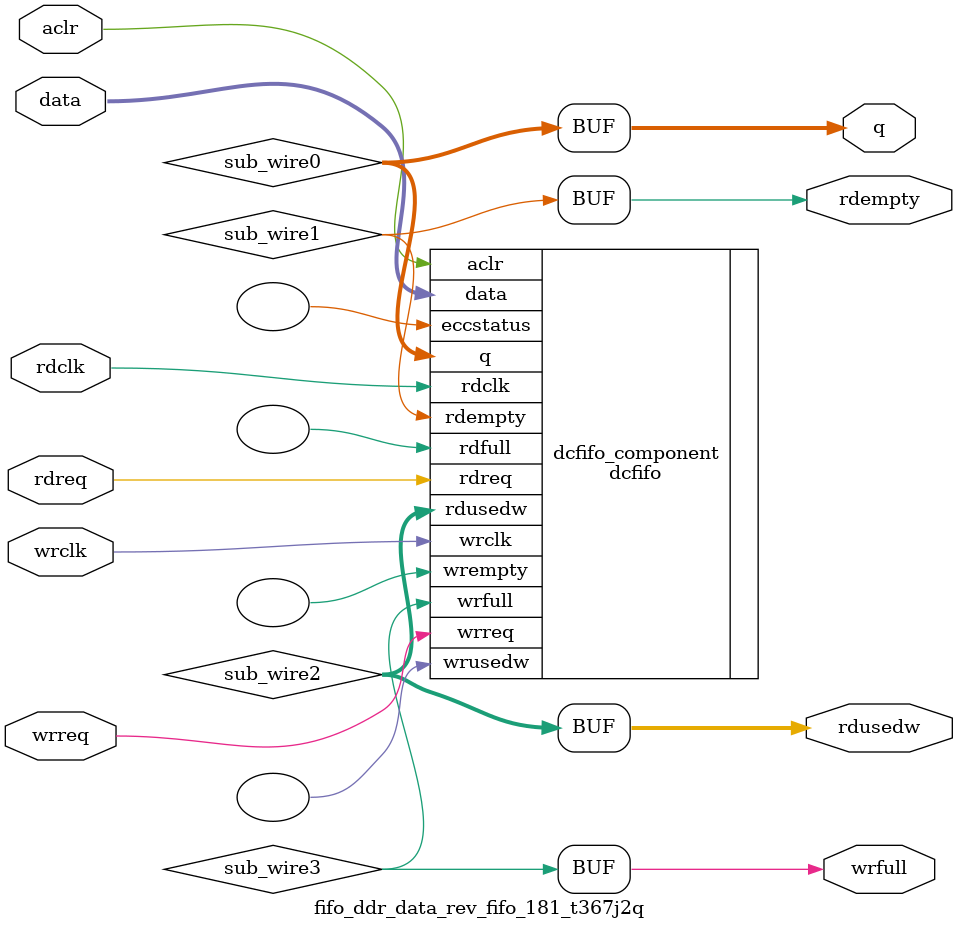
<source format=v>



`timescale 1 ps / 1 ps
// synopsys translate_on
module  fifo_ddr_data_rev_fifo_181_t367j2q  (
    aclr,
    data,
    rdclk,
    rdreq,
    wrclk,
    wrreq,
    q,
    rdempty,
    rdusedw,
    wrfull);

    input    aclr;
    input  [511:0]  data;
    input    rdclk;
    input    rdreq;
    input    wrclk;
    input    wrreq;
    output [511:0]  q;
    output   rdempty;
    output [10:0]  rdusedw;
    output   wrfull;
`ifndef ALTERA_RESERVED_QIS
// synopsys translate_off
`endif
    tri0     aclr;
`ifndef ALTERA_RESERVED_QIS
// synopsys translate_on
`endif

    wire [511:0] sub_wire0;
    wire  sub_wire1;
    wire [10:0] sub_wire2;
    wire  sub_wire3;
    wire [511:0] q = sub_wire0[511:0];
    wire  rdempty = sub_wire1;
    wire [10:0] rdusedw = sub_wire2[10:0];
    wire  wrfull = sub_wire3;

    dcfifo  dcfifo_component (
                .aclr (aclr),
                .data (data),
                .rdclk (rdclk),
                .rdreq (rdreq),
                .wrclk (wrclk),
                .wrreq (wrreq),
                .q (sub_wire0),
                .rdempty (sub_wire1),
                .rdusedw (sub_wire2),
                .wrfull (sub_wire3),
                .eccstatus (),
                .rdfull (),
                .wrempty (),
                .wrusedw ());
    defparam
        dcfifo_component.enable_ecc  = "FALSE",
        dcfifo_component.intended_device_family  = "Arria 10",
        dcfifo_component.lpm_hint  = "DISABLE_DCFIFO_EMBEDDED_TIMING_CONSTRAINT=TRUE",
        dcfifo_component.lpm_numwords  = 2048,
        dcfifo_component.lpm_showahead  = "ON",
        dcfifo_component.lpm_type  = "dcfifo",
        dcfifo_component.lpm_width  = 512,
        dcfifo_component.lpm_widthu  = 11,
        dcfifo_component.overflow_checking  = "ON",
        dcfifo_component.rdsync_delaypipe  = 5,
        dcfifo_component.read_aclr_synch  = "OFF",
        dcfifo_component.underflow_checking  = "ON",
        dcfifo_component.use_eab  = "ON",
        dcfifo_component.write_aclr_synch  = "OFF",
        dcfifo_component.wrsync_delaypipe  = 5;


endmodule



</source>
